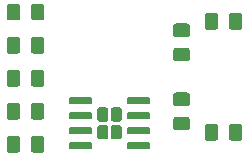
<source format=gbr>
G04 #@! TF.GenerationSoftware,KiCad,Pcbnew,5.1.5-52549c5~86~ubuntu16.04.1*
G04 #@! TF.CreationDate,2020-07-27T16:21:35+05:30*
G04 #@! TF.ProjectId,IR_Sensor_Module_V1.0,49525f53-656e-4736-9f72-5f4d6f64756c,V1.0*
G04 #@! TF.SameCoordinates,Original*
G04 #@! TF.FileFunction,Paste,Top*
G04 #@! TF.FilePolarity,Positive*
%FSLAX46Y46*%
G04 Gerber Fmt 4.6, Leading zero omitted, Abs format (unit mm)*
G04 Created by KiCad (PCBNEW 5.1.5-52549c5~86~ubuntu16.04.1) date 2020-07-27 16:21:35*
%MOMM*%
%LPD*%
G04 APERTURE LIST*
%ADD10C,0.100000*%
G04 APERTURE END LIST*
D10*
G36*
X135976505Y-88688805D02*
G01*
X136000773Y-88692405D01*
X136024572Y-88698366D01*
X136047671Y-88706631D01*
X136069850Y-88717121D01*
X136090893Y-88729733D01*
X136110599Y-88744348D01*
X136128777Y-88760824D01*
X136145253Y-88779002D01*
X136159868Y-88798708D01*
X136172480Y-88819751D01*
X136182970Y-88841930D01*
X136191235Y-88865029D01*
X136197196Y-88888828D01*
X136200796Y-88913096D01*
X136202000Y-88937600D01*
X136202000Y-89837602D01*
X136200796Y-89862106D01*
X136197196Y-89886374D01*
X136191235Y-89910173D01*
X136182970Y-89933272D01*
X136172480Y-89955451D01*
X136159868Y-89976494D01*
X136145253Y-89996200D01*
X136128777Y-90014378D01*
X136110599Y-90030854D01*
X136090893Y-90045469D01*
X136069850Y-90058081D01*
X136047671Y-90068571D01*
X136024572Y-90076836D01*
X136000773Y-90082797D01*
X135976505Y-90086397D01*
X135952001Y-90087601D01*
X135301999Y-90087601D01*
X135277495Y-90086397D01*
X135253227Y-90082797D01*
X135229428Y-90076836D01*
X135206329Y-90068571D01*
X135184150Y-90058081D01*
X135163107Y-90045469D01*
X135143401Y-90030854D01*
X135125223Y-90014378D01*
X135108747Y-89996200D01*
X135094132Y-89976494D01*
X135081520Y-89955451D01*
X135071030Y-89933272D01*
X135062765Y-89910173D01*
X135056804Y-89886374D01*
X135053204Y-89862106D01*
X135052000Y-89837602D01*
X135052000Y-88937600D01*
X135053204Y-88913096D01*
X135056804Y-88888828D01*
X135062765Y-88865029D01*
X135071030Y-88841930D01*
X135081520Y-88819751D01*
X135094132Y-88798708D01*
X135108747Y-88779002D01*
X135125223Y-88760824D01*
X135143401Y-88744348D01*
X135163107Y-88729733D01*
X135184150Y-88717121D01*
X135206329Y-88706631D01*
X135229428Y-88698366D01*
X135253227Y-88692405D01*
X135277495Y-88688805D01*
X135301999Y-88687601D01*
X135952001Y-88687601D01*
X135976505Y-88688805D01*
G37*
G36*
X138026505Y-88688805D02*
G01*
X138050773Y-88692405D01*
X138074572Y-88698366D01*
X138097671Y-88706631D01*
X138119850Y-88717121D01*
X138140893Y-88729733D01*
X138160599Y-88744348D01*
X138178777Y-88760824D01*
X138195253Y-88779002D01*
X138209868Y-88798708D01*
X138222480Y-88819751D01*
X138232970Y-88841930D01*
X138241235Y-88865029D01*
X138247196Y-88888828D01*
X138250796Y-88913096D01*
X138252000Y-88937600D01*
X138252000Y-89837602D01*
X138250796Y-89862106D01*
X138247196Y-89886374D01*
X138241235Y-89910173D01*
X138232970Y-89933272D01*
X138222480Y-89955451D01*
X138209868Y-89976494D01*
X138195253Y-89996200D01*
X138178777Y-90014378D01*
X138160599Y-90030854D01*
X138140893Y-90045469D01*
X138119850Y-90058081D01*
X138097671Y-90068571D01*
X138074572Y-90076836D01*
X138050773Y-90082797D01*
X138026505Y-90086397D01*
X138002001Y-90087601D01*
X137351999Y-90087601D01*
X137327495Y-90086397D01*
X137303227Y-90082797D01*
X137279428Y-90076836D01*
X137256329Y-90068571D01*
X137234150Y-90058081D01*
X137213107Y-90045469D01*
X137193401Y-90030854D01*
X137175223Y-90014378D01*
X137158747Y-89996200D01*
X137144132Y-89976494D01*
X137131520Y-89955451D01*
X137121030Y-89933272D01*
X137112765Y-89910173D01*
X137106804Y-89886374D01*
X137103204Y-89862106D01*
X137102000Y-89837602D01*
X137102000Y-88937600D01*
X137103204Y-88913096D01*
X137106804Y-88888828D01*
X137112765Y-88865029D01*
X137121030Y-88841930D01*
X137131520Y-88819751D01*
X137144132Y-88798708D01*
X137158747Y-88779002D01*
X137175223Y-88760824D01*
X137193401Y-88744348D01*
X137213107Y-88729733D01*
X137234150Y-88717121D01*
X137256329Y-88706631D01*
X137279428Y-88698366D01*
X137303227Y-88692405D01*
X137327495Y-88688805D01*
X137351999Y-88687601D01*
X138002001Y-88687601D01*
X138026505Y-88688805D01*
G37*
G36*
X138026505Y-91503204D02*
G01*
X138050773Y-91506804D01*
X138074572Y-91512765D01*
X138097671Y-91521030D01*
X138119850Y-91531520D01*
X138140893Y-91544132D01*
X138160599Y-91558747D01*
X138178777Y-91575223D01*
X138195253Y-91593401D01*
X138209868Y-91613107D01*
X138222480Y-91634150D01*
X138232970Y-91656329D01*
X138241235Y-91679428D01*
X138247196Y-91703227D01*
X138250796Y-91727495D01*
X138252000Y-91751999D01*
X138252000Y-92652001D01*
X138250796Y-92676505D01*
X138247196Y-92700773D01*
X138241235Y-92724572D01*
X138232970Y-92747671D01*
X138222480Y-92769850D01*
X138209868Y-92790893D01*
X138195253Y-92810599D01*
X138178777Y-92828777D01*
X138160599Y-92845253D01*
X138140893Y-92859868D01*
X138119850Y-92872480D01*
X138097671Y-92882970D01*
X138074572Y-92891235D01*
X138050773Y-92897196D01*
X138026505Y-92900796D01*
X138002001Y-92902000D01*
X137351999Y-92902000D01*
X137327495Y-92900796D01*
X137303227Y-92897196D01*
X137279428Y-92891235D01*
X137256329Y-92882970D01*
X137234150Y-92872480D01*
X137213107Y-92859868D01*
X137193401Y-92845253D01*
X137175223Y-92828777D01*
X137158747Y-92810599D01*
X137144132Y-92790893D01*
X137131520Y-92769850D01*
X137121030Y-92747671D01*
X137112765Y-92724572D01*
X137106804Y-92700773D01*
X137103204Y-92676505D01*
X137102000Y-92652001D01*
X137102000Y-91751999D01*
X137103204Y-91727495D01*
X137106804Y-91703227D01*
X137112765Y-91679428D01*
X137121030Y-91656329D01*
X137131520Y-91634150D01*
X137144132Y-91613107D01*
X137158747Y-91593401D01*
X137175223Y-91575223D01*
X137193401Y-91558747D01*
X137213107Y-91544132D01*
X137234150Y-91531520D01*
X137256329Y-91521030D01*
X137279428Y-91512765D01*
X137303227Y-91506804D01*
X137327495Y-91503204D01*
X137351999Y-91502000D01*
X138002001Y-91502000D01*
X138026505Y-91503204D01*
G37*
G36*
X135976505Y-91503204D02*
G01*
X136000773Y-91506804D01*
X136024572Y-91512765D01*
X136047671Y-91521030D01*
X136069850Y-91531520D01*
X136090893Y-91544132D01*
X136110599Y-91558747D01*
X136128777Y-91575223D01*
X136145253Y-91593401D01*
X136159868Y-91613107D01*
X136172480Y-91634150D01*
X136182970Y-91656329D01*
X136191235Y-91679428D01*
X136197196Y-91703227D01*
X136200796Y-91727495D01*
X136202000Y-91751999D01*
X136202000Y-92652001D01*
X136200796Y-92676505D01*
X136197196Y-92700773D01*
X136191235Y-92724572D01*
X136182970Y-92747671D01*
X136172480Y-92769850D01*
X136159868Y-92790893D01*
X136145253Y-92810599D01*
X136128777Y-92828777D01*
X136110599Y-92845253D01*
X136090893Y-92859868D01*
X136069850Y-92872480D01*
X136047671Y-92882970D01*
X136024572Y-92891235D01*
X136000773Y-92897196D01*
X135976505Y-92900796D01*
X135952001Y-92902000D01*
X135301999Y-92902000D01*
X135277495Y-92900796D01*
X135253227Y-92897196D01*
X135229428Y-92891235D01*
X135206329Y-92882970D01*
X135184150Y-92872480D01*
X135163107Y-92859868D01*
X135143401Y-92845253D01*
X135125223Y-92828777D01*
X135108747Y-92810599D01*
X135094132Y-92790893D01*
X135081520Y-92769850D01*
X135071030Y-92747671D01*
X135062765Y-92724572D01*
X135056804Y-92700773D01*
X135053204Y-92676505D01*
X135052000Y-92652001D01*
X135052000Y-91751999D01*
X135053204Y-91727495D01*
X135056804Y-91703227D01*
X135062765Y-91679428D01*
X135071030Y-91656329D01*
X135081520Y-91634150D01*
X135094132Y-91613107D01*
X135108747Y-91593401D01*
X135125223Y-91575223D01*
X135143401Y-91558747D01*
X135163107Y-91544132D01*
X135184150Y-91531520D01*
X135206329Y-91521030D01*
X135229428Y-91512765D01*
X135253227Y-91506804D01*
X135277495Y-91503204D01*
X135301999Y-91502000D01*
X135952001Y-91502000D01*
X135976505Y-91503204D01*
G37*
G36*
X154790505Y-98869204D02*
G01*
X154814773Y-98872804D01*
X154838572Y-98878765D01*
X154861671Y-98887030D01*
X154883850Y-98897520D01*
X154904893Y-98910132D01*
X154924599Y-98924747D01*
X154942777Y-98941223D01*
X154959253Y-98959401D01*
X154973868Y-98979107D01*
X154986480Y-99000150D01*
X154996970Y-99022329D01*
X155005235Y-99045428D01*
X155011196Y-99069227D01*
X155014796Y-99093495D01*
X155016000Y-99117999D01*
X155016000Y-100018001D01*
X155014796Y-100042505D01*
X155011196Y-100066773D01*
X155005235Y-100090572D01*
X154996970Y-100113671D01*
X154986480Y-100135850D01*
X154973868Y-100156893D01*
X154959253Y-100176599D01*
X154942777Y-100194777D01*
X154924599Y-100211253D01*
X154904893Y-100225868D01*
X154883850Y-100238480D01*
X154861671Y-100248970D01*
X154838572Y-100257235D01*
X154814773Y-100263196D01*
X154790505Y-100266796D01*
X154766001Y-100268000D01*
X154115999Y-100268000D01*
X154091495Y-100266796D01*
X154067227Y-100263196D01*
X154043428Y-100257235D01*
X154020329Y-100248970D01*
X153998150Y-100238480D01*
X153977107Y-100225868D01*
X153957401Y-100211253D01*
X153939223Y-100194777D01*
X153922747Y-100176599D01*
X153908132Y-100156893D01*
X153895520Y-100135850D01*
X153885030Y-100113671D01*
X153876765Y-100090572D01*
X153870804Y-100066773D01*
X153867204Y-100042505D01*
X153866000Y-100018001D01*
X153866000Y-99117999D01*
X153867204Y-99093495D01*
X153870804Y-99069227D01*
X153876765Y-99045428D01*
X153885030Y-99022329D01*
X153895520Y-99000150D01*
X153908132Y-98979107D01*
X153922747Y-98959401D01*
X153939223Y-98941223D01*
X153957401Y-98924747D01*
X153977107Y-98910132D01*
X153998150Y-98897520D01*
X154020329Y-98887030D01*
X154043428Y-98878765D01*
X154067227Y-98872804D01*
X154091495Y-98869204D01*
X154115999Y-98868000D01*
X154766001Y-98868000D01*
X154790505Y-98869204D01*
G37*
G36*
X152740505Y-98869204D02*
G01*
X152764773Y-98872804D01*
X152788572Y-98878765D01*
X152811671Y-98887030D01*
X152833850Y-98897520D01*
X152854893Y-98910132D01*
X152874599Y-98924747D01*
X152892777Y-98941223D01*
X152909253Y-98959401D01*
X152923868Y-98979107D01*
X152936480Y-99000150D01*
X152946970Y-99022329D01*
X152955235Y-99045428D01*
X152961196Y-99069227D01*
X152964796Y-99093495D01*
X152966000Y-99117999D01*
X152966000Y-100018001D01*
X152964796Y-100042505D01*
X152961196Y-100066773D01*
X152955235Y-100090572D01*
X152946970Y-100113671D01*
X152936480Y-100135850D01*
X152923868Y-100156893D01*
X152909253Y-100176599D01*
X152892777Y-100194777D01*
X152874599Y-100211253D01*
X152854893Y-100225868D01*
X152833850Y-100238480D01*
X152811671Y-100248970D01*
X152788572Y-100257235D01*
X152764773Y-100263196D01*
X152740505Y-100266796D01*
X152716001Y-100268000D01*
X152065999Y-100268000D01*
X152041495Y-100266796D01*
X152017227Y-100263196D01*
X151993428Y-100257235D01*
X151970329Y-100248970D01*
X151948150Y-100238480D01*
X151927107Y-100225868D01*
X151907401Y-100211253D01*
X151889223Y-100194777D01*
X151872747Y-100176599D01*
X151858132Y-100156893D01*
X151845520Y-100135850D01*
X151835030Y-100113671D01*
X151826765Y-100090572D01*
X151820804Y-100066773D01*
X151817204Y-100042505D01*
X151816000Y-100018001D01*
X151816000Y-99117999D01*
X151817204Y-99093495D01*
X151820804Y-99069227D01*
X151826765Y-99045428D01*
X151835030Y-99022329D01*
X151845520Y-99000150D01*
X151858132Y-98979107D01*
X151872747Y-98959401D01*
X151889223Y-98941223D01*
X151907401Y-98924747D01*
X151927107Y-98910132D01*
X151948150Y-98897520D01*
X151970329Y-98887030D01*
X151993428Y-98878765D01*
X152017227Y-98872804D01*
X152041495Y-98869204D01*
X152065999Y-98868000D01*
X152716001Y-98868000D01*
X152740505Y-98869204D01*
G37*
G36*
X154790505Y-89471204D02*
G01*
X154814773Y-89474804D01*
X154838572Y-89480765D01*
X154861671Y-89489030D01*
X154883850Y-89499520D01*
X154904893Y-89512132D01*
X154924599Y-89526747D01*
X154942777Y-89543223D01*
X154959253Y-89561401D01*
X154973868Y-89581107D01*
X154986480Y-89602150D01*
X154996970Y-89624329D01*
X155005235Y-89647428D01*
X155011196Y-89671227D01*
X155014796Y-89695495D01*
X155016000Y-89719999D01*
X155016000Y-90620001D01*
X155014796Y-90644505D01*
X155011196Y-90668773D01*
X155005235Y-90692572D01*
X154996970Y-90715671D01*
X154986480Y-90737850D01*
X154973868Y-90758893D01*
X154959253Y-90778599D01*
X154942777Y-90796777D01*
X154924599Y-90813253D01*
X154904893Y-90827868D01*
X154883850Y-90840480D01*
X154861671Y-90850970D01*
X154838572Y-90859235D01*
X154814773Y-90865196D01*
X154790505Y-90868796D01*
X154766001Y-90870000D01*
X154115999Y-90870000D01*
X154091495Y-90868796D01*
X154067227Y-90865196D01*
X154043428Y-90859235D01*
X154020329Y-90850970D01*
X153998150Y-90840480D01*
X153977107Y-90827868D01*
X153957401Y-90813253D01*
X153939223Y-90796777D01*
X153922747Y-90778599D01*
X153908132Y-90758893D01*
X153895520Y-90737850D01*
X153885030Y-90715671D01*
X153876765Y-90692572D01*
X153870804Y-90668773D01*
X153867204Y-90644505D01*
X153866000Y-90620001D01*
X153866000Y-89719999D01*
X153867204Y-89695495D01*
X153870804Y-89671227D01*
X153876765Y-89647428D01*
X153885030Y-89624329D01*
X153895520Y-89602150D01*
X153908132Y-89581107D01*
X153922747Y-89561401D01*
X153939223Y-89543223D01*
X153957401Y-89526747D01*
X153977107Y-89512132D01*
X153998150Y-89499520D01*
X154020329Y-89489030D01*
X154043428Y-89480765D01*
X154067227Y-89474804D01*
X154091495Y-89471204D01*
X154115999Y-89470000D01*
X154766001Y-89470000D01*
X154790505Y-89471204D01*
G37*
G36*
X152740505Y-89471204D02*
G01*
X152764773Y-89474804D01*
X152788572Y-89480765D01*
X152811671Y-89489030D01*
X152833850Y-89499520D01*
X152854893Y-89512132D01*
X152874599Y-89526747D01*
X152892777Y-89543223D01*
X152909253Y-89561401D01*
X152923868Y-89581107D01*
X152936480Y-89602150D01*
X152946970Y-89624329D01*
X152955235Y-89647428D01*
X152961196Y-89671227D01*
X152964796Y-89695495D01*
X152966000Y-89719999D01*
X152966000Y-90620001D01*
X152964796Y-90644505D01*
X152961196Y-90668773D01*
X152955235Y-90692572D01*
X152946970Y-90715671D01*
X152936480Y-90737850D01*
X152923868Y-90758893D01*
X152909253Y-90778599D01*
X152892777Y-90796777D01*
X152874599Y-90813253D01*
X152854893Y-90827868D01*
X152833850Y-90840480D01*
X152811671Y-90850970D01*
X152788572Y-90859235D01*
X152764773Y-90865196D01*
X152740505Y-90868796D01*
X152716001Y-90870000D01*
X152065999Y-90870000D01*
X152041495Y-90868796D01*
X152017227Y-90865196D01*
X151993428Y-90859235D01*
X151970329Y-90850970D01*
X151948150Y-90840480D01*
X151927107Y-90827868D01*
X151907401Y-90813253D01*
X151889223Y-90796777D01*
X151872747Y-90778599D01*
X151858132Y-90758893D01*
X151845520Y-90737850D01*
X151835030Y-90715671D01*
X151826765Y-90692572D01*
X151820804Y-90668773D01*
X151817204Y-90644505D01*
X151816000Y-90620001D01*
X151816000Y-89719999D01*
X151817204Y-89695495D01*
X151820804Y-89671227D01*
X151826765Y-89647428D01*
X151835030Y-89624329D01*
X151845520Y-89602150D01*
X151858132Y-89581107D01*
X151872747Y-89561401D01*
X151889223Y-89543223D01*
X151907401Y-89526747D01*
X151927107Y-89512132D01*
X151948150Y-89499520D01*
X151970329Y-89489030D01*
X151993428Y-89480765D01*
X152017227Y-89474804D01*
X152041495Y-89471204D01*
X152065999Y-89470000D01*
X152716001Y-89470000D01*
X152740505Y-89471204D01*
G37*
G36*
X150334505Y-96191204D02*
G01*
X150358773Y-96194804D01*
X150382572Y-96200765D01*
X150405671Y-96209030D01*
X150427850Y-96219520D01*
X150448893Y-96232132D01*
X150468599Y-96246747D01*
X150486777Y-96263223D01*
X150503253Y-96281401D01*
X150517868Y-96301107D01*
X150530480Y-96322150D01*
X150540970Y-96344329D01*
X150549235Y-96367428D01*
X150555196Y-96391227D01*
X150558796Y-96415495D01*
X150560000Y-96439999D01*
X150560000Y-97090001D01*
X150558796Y-97114505D01*
X150555196Y-97138773D01*
X150549235Y-97162572D01*
X150540970Y-97185671D01*
X150530480Y-97207850D01*
X150517868Y-97228893D01*
X150503253Y-97248599D01*
X150486777Y-97266777D01*
X150468599Y-97283253D01*
X150448893Y-97297868D01*
X150427850Y-97310480D01*
X150405671Y-97320970D01*
X150382572Y-97329235D01*
X150358773Y-97335196D01*
X150334505Y-97338796D01*
X150310001Y-97340000D01*
X149409999Y-97340000D01*
X149385495Y-97338796D01*
X149361227Y-97335196D01*
X149337428Y-97329235D01*
X149314329Y-97320970D01*
X149292150Y-97310480D01*
X149271107Y-97297868D01*
X149251401Y-97283253D01*
X149233223Y-97266777D01*
X149216747Y-97248599D01*
X149202132Y-97228893D01*
X149189520Y-97207850D01*
X149179030Y-97185671D01*
X149170765Y-97162572D01*
X149164804Y-97138773D01*
X149161204Y-97114505D01*
X149160000Y-97090001D01*
X149160000Y-96439999D01*
X149161204Y-96415495D01*
X149164804Y-96391227D01*
X149170765Y-96367428D01*
X149179030Y-96344329D01*
X149189520Y-96322150D01*
X149202132Y-96301107D01*
X149216747Y-96281401D01*
X149233223Y-96263223D01*
X149251401Y-96246747D01*
X149271107Y-96232132D01*
X149292150Y-96219520D01*
X149314329Y-96209030D01*
X149337428Y-96200765D01*
X149361227Y-96194804D01*
X149385495Y-96191204D01*
X149409999Y-96190000D01*
X150310001Y-96190000D01*
X150334505Y-96191204D01*
G37*
G36*
X150334505Y-98241204D02*
G01*
X150358773Y-98244804D01*
X150382572Y-98250765D01*
X150405671Y-98259030D01*
X150427850Y-98269520D01*
X150448893Y-98282132D01*
X150468599Y-98296747D01*
X150486777Y-98313223D01*
X150503253Y-98331401D01*
X150517868Y-98351107D01*
X150530480Y-98372150D01*
X150540970Y-98394329D01*
X150549235Y-98417428D01*
X150555196Y-98441227D01*
X150558796Y-98465495D01*
X150560000Y-98489999D01*
X150560000Y-99140001D01*
X150558796Y-99164505D01*
X150555196Y-99188773D01*
X150549235Y-99212572D01*
X150540970Y-99235671D01*
X150530480Y-99257850D01*
X150517868Y-99278893D01*
X150503253Y-99298599D01*
X150486777Y-99316777D01*
X150468599Y-99333253D01*
X150448893Y-99347868D01*
X150427850Y-99360480D01*
X150405671Y-99370970D01*
X150382572Y-99379235D01*
X150358773Y-99385196D01*
X150334505Y-99388796D01*
X150310001Y-99390000D01*
X149409999Y-99390000D01*
X149385495Y-99388796D01*
X149361227Y-99385196D01*
X149337428Y-99379235D01*
X149314329Y-99370970D01*
X149292150Y-99360480D01*
X149271107Y-99347868D01*
X149251401Y-99333253D01*
X149233223Y-99316777D01*
X149216747Y-99298599D01*
X149202132Y-99278893D01*
X149189520Y-99257850D01*
X149179030Y-99235671D01*
X149170765Y-99212572D01*
X149164804Y-99188773D01*
X149161204Y-99164505D01*
X149160000Y-99140001D01*
X149160000Y-98489999D01*
X149161204Y-98465495D01*
X149164804Y-98441227D01*
X149170765Y-98417428D01*
X149179030Y-98394329D01*
X149189520Y-98372150D01*
X149202132Y-98351107D01*
X149216747Y-98331401D01*
X149233223Y-98313223D01*
X149251401Y-98296747D01*
X149271107Y-98282132D01*
X149292150Y-98269520D01*
X149314329Y-98259030D01*
X149337428Y-98250765D01*
X149361227Y-98244804D01*
X149385495Y-98241204D01*
X149409999Y-98240000D01*
X150310001Y-98240000D01*
X150334505Y-98241204D01*
G37*
G36*
X138026505Y-99885204D02*
G01*
X138050773Y-99888804D01*
X138074572Y-99894765D01*
X138097671Y-99903030D01*
X138119850Y-99913520D01*
X138140893Y-99926132D01*
X138160599Y-99940747D01*
X138178777Y-99957223D01*
X138195253Y-99975401D01*
X138209868Y-99995107D01*
X138222480Y-100016150D01*
X138232970Y-100038329D01*
X138241235Y-100061428D01*
X138247196Y-100085227D01*
X138250796Y-100109495D01*
X138252000Y-100133999D01*
X138252000Y-101034001D01*
X138250796Y-101058505D01*
X138247196Y-101082773D01*
X138241235Y-101106572D01*
X138232970Y-101129671D01*
X138222480Y-101151850D01*
X138209868Y-101172893D01*
X138195253Y-101192599D01*
X138178777Y-101210777D01*
X138160599Y-101227253D01*
X138140893Y-101241868D01*
X138119850Y-101254480D01*
X138097671Y-101264970D01*
X138074572Y-101273235D01*
X138050773Y-101279196D01*
X138026505Y-101282796D01*
X138002001Y-101284000D01*
X137351999Y-101284000D01*
X137327495Y-101282796D01*
X137303227Y-101279196D01*
X137279428Y-101273235D01*
X137256329Y-101264970D01*
X137234150Y-101254480D01*
X137213107Y-101241868D01*
X137193401Y-101227253D01*
X137175223Y-101210777D01*
X137158747Y-101192599D01*
X137144132Y-101172893D01*
X137131520Y-101151850D01*
X137121030Y-101129671D01*
X137112765Y-101106572D01*
X137106804Y-101082773D01*
X137103204Y-101058505D01*
X137102000Y-101034001D01*
X137102000Y-100133999D01*
X137103204Y-100109495D01*
X137106804Y-100085227D01*
X137112765Y-100061428D01*
X137121030Y-100038329D01*
X137131520Y-100016150D01*
X137144132Y-99995107D01*
X137158747Y-99975401D01*
X137175223Y-99957223D01*
X137193401Y-99940747D01*
X137213107Y-99926132D01*
X137234150Y-99913520D01*
X137256329Y-99903030D01*
X137279428Y-99894765D01*
X137303227Y-99888804D01*
X137327495Y-99885204D01*
X137351999Y-99884000D01*
X138002001Y-99884000D01*
X138026505Y-99885204D01*
G37*
G36*
X135976505Y-99885204D02*
G01*
X136000773Y-99888804D01*
X136024572Y-99894765D01*
X136047671Y-99903030D01*
X136069850Y-99913520D01*
X136090893Y-99926132D01*
X136110599Y-99940747D01*
X136128777Y-99957223D01*
X136145253Y-99975401D01*
X136159868Y-99995107D01*
X136172480Y-100016150D01*
X136182970Y-100038329D01*
X136191235Y-100061428D01*
X136197196Y-100085227D01*
X136200796Y-100109495D01*
X136202000Y-100133999D01*
X136202000Y-101034001D01*
X136200796Y-101058505D01*
X136197196Y-101082773D01*
X136191235Y-101106572D01*
X136182970Y-101129671D01*
X136172480Y-101151850D01*
X136159868Y-101172893D01*
X136145253Y-101192599D01*
X136128777Y-101210777D01*
X136110599Y-101227253D01*
X136090893Y-101241868D01*
X136069850Y-101254480D01*
X136047671Y-101264970D01*
X136024572Y-101273235D01*
X136000773Y-101279196D01*
X135976505Y-101282796D01*
X135952001Y-101284000D01*
X135301999Y-101284000D01*
X135277495Y-101282796D01*
X135253227Y-101279196D01*
X135229428Y-101273235D01*
X135206329Y-101264970D01*
X135184150Y-101254480D01*
X135163107Y-101241868D01*
X135143401Y-101227253D01*
X135125223Y-101210777D01*
X135108747Y-101192599D01*
X135094132Y-101172893D01*
X135081520Y-101151850D01*
X135071030Y-101129671D01*
X135062765Y-101106572D01*
X135056804Y-101082773D01*
X135053204Y-101058505D01*
X135052000Y-101034001D01*
X135052000Y-100133999D01*
X135053204Y-100109495D01*
X135056804Y-100085227D01*
X135062765Y-100061428D01*
X135071030Y-100038329D01*
X135081520Y-100016150D01*
X135094132Y-99995107D01*
X135108747Y-99975401D01*
X135125223Y-99957223D01*
X135143401Y-99940747D01*
X135163107Y-99926132D01*
X135184150Y-99913520D01*
X135206329Y-99903030D01*
X135229428Y-99894765D01*
X135253227Y-99888804D01*
X135277495Y-99885204D01*
X135301999Y-99884000D01*
X135952001Y-99884000D01*
X135976505Y-99885204D01*
G37*
G36*
X135976505Y-94297204D02*
G01*
X136000773Y-94300804D01*
X136024572Y-94306765D01*
X136047671Y-94315030D01*
X136069850Y-94325520D01*
X136090893Y-94338132D01*
X136110599Y-94352747D01*
X136128777Y-94369223D01*
X136145253Y-94387401D01*
X136159868Y-94407107D01*
X136172480Y-94428150D01*
X136182970Y-94450329D01*
X136191235Y-94473428D01*
X136197196Y-94497227D01*
X136200796Y-94521495D01*
X136202000Y-94545999D01*
X136202000Y-95446001D01*
X136200796Y-95470505D01*
X136197196Y-95494773D01*
X136191235Y-95518572D01*
X136182970Y-95541671D01*
X136172480Y-95563850D01*
X136159868Y-95584893D01*
X136145253Y-95604599D01*
X136128777Y-95622777D01*
X136110599Y-95639253D01*
X136090893Y-95653868D01*
X136069850Y-95666480D01*
X136047671Y-95676970D01*
X136024572Y-95685235D01*
X136000773Y-95691196D01*
X135976505Y-95694796D01*
X135952001Y-95696000D01*
X135301999Y-95696000D01*
X135277495Y-95694796D01*
X135253227Y-95691196D01*
X135229428Y-95685235D01*
X135206329Y-95676970D01*
X135184150Y-95666480D01*
X135163107Y-95653868D01*
X135143401Y-95639253D01*
X135125223Y-95622777D01*
X135108747Y-95604599D01*
X135094132Y-95584893D01*
X135081520Y-95563850D01*
X135071030Y-95541671D01*
X135062765Y-95518572D01*
X135056804Y-95494773D01*
X135053204Y-95470505D01*
X135052000Y-95446001D01*
X135052000Y-94545999D01*
X135053204Y-94521495D01*
X135056804Y-94497227D01*
X135062765Y-94473428D01*
X135071030Y-94450329D01*
X135081520Y-94428150D01*
X135094132Y-94407107D01*
X135108747Y-94387401D01*
X135125223Y-94369223D01*
X135143401Y-94352747D01*
X135163107Y-94338132D01*
X135184150Y-94325520D01*
X135206329Y-94315030D01*
X135229428Y-94306765D01*
X135253227Y-94300804D01*
X135277495Y-94297204D01*
X135301999Y-94296000D01*
X135952001Y-94296000D01*
X135976505Y-94297204D01*
G37*
G36*
X138026505Y-94297204D02*
G01*
X138050773Y-94300804D01*
X138074572Y-94306765D01*
X138097671Y-94315030D01*
X138119850Y-94325520D01*
X138140893Y-94338132D01*
X138160599Y-94352747D01*
X138178777Y-94369223D01*
X138195253Y-94387401D01*
X138209868Y-94407107D01*
X138222480Y-94428150D01*
X138232970Y-94450329D01*
X138241235Y-94473428D01*
X138247196Y-94497227D01*
X138250796Y-94521495D01*
X138252000Y-94545999D01*
X138252000Y-95446001D01*
X138250796Y-95470505D01*
X138247196Y-95494773D01*
X138241235Y-95518572D01*
X138232970Y-95541671D01*
X138222480Y-95563850D01*
X138209868Y-95584893D01*
X138195253Y-95604599D01*
X138178777Y-95622777D01*
X138160599Y-95639253D01*
X138140893Y-95653868D01*
X138119850Y-95666480D01*
X138097671Y-95676970D01*
X138074572Y-95685235D01*
X138050773Y-95691196D01*
X138026505Y-95694796D01*
X138002001Y-95696000D01*
X137351999Y-95696000D01*
X137327495Y-95694796D01*
X137303227Y-95691196D01*
X137279428Y-95685235D01*
X137256329Y-95676970D01*
X137234150Y-95666480D01*
X137213107Y-95653868D01*
X137193401Y-95639253D01*
X137175223Y-95622777D01*
X137158747Y-95604599D01*
X137144132Y-95584893D01*
X137131520Y-95563850D01*
X137121030Y-95541671D01*
X137112765Y-95518572D01*
X137106804Y-95494773D01*
X137103204Y-95470505D01*
X137102000Y-95446001D01*
X137102000Y-94545999D01*
X137103204Y-94521495D01*
X137106804Y-94497227D01*
X137112765Y-94473428D01*
X137121030Y-94450329D01*
X137131520Y-94428150D01*
X137144132Y-94407107D01*
X137158747Y-94387401D01*
X137175223Y-94369223D01*
X137193401Y-94352747D01*
X137213107Y-94338132D01*
X137234150Y-94325520D01*
X137256329Y-94315030D01*
X137279428Y-94306765D01*
X137303227Y-94300804D01*
X137327495Y-94297204D01*
X137351999Y-94296000D01*
X138002001Y-94296000D01*
X138026505Y-94297204D01*
G37*
G36*
X138017505Y-97091204D02*
G01*
X138041773Y-97094804D01*
X138065572Y-97100765D01*
X138088671Y-97109030D01*
X138110850Y-97119520D01*
X138131893Y-97132132D01*
X138151599Y-97146747D01*
X138169777Y-97163223D01*
X138186253Y-97181401D01*
X138200868Y-97201107D01*
X138213480Y-97222150D01*
X138223970Y-97244329D01*
X138232235Y-97267428D01*
X138238196Y-97291227D01*
X138241796Y-97315495D01*
X138243000Y-97339999D01*
X138243000Y-98240001D01*
X138241796Y-98264505D01*
X138238196Y-98288773D01*
X138232235Y-98312572D01*
X138223970Y-98335671D01*
X138213480Y-98357850D01*
X138200868Y-98378893D01*
X138186253Y-98398599D01*
X138169777Y-98416777D01*
X138151599Y-98433253D01*
X138131893Y-98447868D01*
X138110850Y-98460480D01*
X138088671Y-98470970D01*
X138065572Y-98479235D01*
X138041773Y-98485196D01*
X138017505Y-98488796D01*
X137993001Y-98490000D01*
X137342999Y-98490000D01*
X137318495Y-98488796D01*
X137294227Y-98485196D01*
X137270428Y-98479235D01*
X137247329Y-98470970D01*
X137225150Y-98460480D01*
X137204107Y-98447868D01*
X137184401Y-98433253D01*
X137166223Y-98416777D01*
X137149747Y-98398599D01*
X137135132Y-98378893D01*
X137122520Y-98357850D01*
X137112030Y-98335671D01*
X137103765Y-98312572D01*
X137097804Y-98288773D01*
X137094204Y-98264505D01*
X137093000Y-98240001D01*
X137093000Y-97339999D01*
X137094204Y-97315495D01*
X137097804Y-97291227D01*
X137103765Y-97267428D01*
X137112030Y-97244329D01*
X137122520Y-97222150D01*
X137135132Y-97201107D01*
X137149747Y-97181401D01*
X137166223Y-97163223D01*
X137184401Y-97146747D01*
X137204107Y-97132132D01*
X137225150Y-97119520D01*
X137247329Y-97109030D01*
X137270428Y-97100765D01*
X137294227Y-97094804D01*
X137318495Y-97091204D01*
X137342999Y-97090000D01*
X137993001Y-97090000D01*
X138017505Y-97091204D01*
G37*
G36*
X135967505Y-97091204D02*
G01*
X135991773Y-97094804D01*
X136015572Y-97100765D01*
X136038671Y-97109030D01*
X136060850Y-97119520D01*
X136081893Y-97132132D01*
X136101599Y-97146747D01*
X136119777Y-97163223D01*
X136136253Y-97181401D01*
X136150868Y-97201107D01*
X136163480Y-97222150D01*
X136173970Y-97244329D01*
X136182235Y-97267428D01*
X136188196Y-97291227D01*
X136191796Y-97315495D01*
X136193000Y-97339999D01*
X136193000Y-98240001D01*
X136191796Y-98264505D01*
X136188196Y-98288773D01*
X136182235Y-98312572D01*
X136173970Y-98335671D01*
X136163480Y-98357850D01*
X136150868Y-98378893D01*
X136136253Y-98398599D01*
X136119777Y-98416777D01*
X136101599Y-98433253D01*
X136081893Y-98447868D01*
X136060850Y-98460480D01*
X136038671Y-98470970D01*
X136015572Y-98479235D01*
X135991773Y-98485196D01*
X135967505Y-98488796D01*
X135943001Y-98490000D01*
X135292999Y-98490000D01*
X135268495Y-98488796D01*
X135244227Y-98485196D01*
X135220428Y-98479235D01*
X135197329Y-98470970D01*
X135175150Y-98460480D01*
X135154107Y-98447868D01*
X135134401Y-98433253D01*
X135116223Y-98416777D01*
X135099747Y-98398599D01*
X135085132Y-98378893D01*
X135072520Y-98357850D01*
X135062030Y-98335671D01*
X135053765Y-98312572D01*
X135047804Y-98288773D01*
X135044204Y-98264505D01*
X135043000Y-98240001D01*
X135043000Y-97339999D01*
X135044204Y-97315495D01*
X135047804Y-97291227D01*
X135053765Y-97267428D01*
X135062030Y-97244329D01*
X135072520Y-97222150D01*
X135085132Y-97201107D01*
X135099747Y-97181401D01*
X135116223Y-97163223D01*
X135134401Y-97146747D01*
X135154107Y-97132132D01*
X135175150Y-97119520D01*
X135197329Y-97109030D01*
X135220428Y-97100765D01*
X135244227Y-97094804D01*
X135268495Y-97091204D01*
X135292999Y-97090000D01*
X135943001Y-97090000D01*
X135967505Y-97091204D01*
G37*
G36*
X150334505Y-90349204D02*
G01*
X150358773Y-90352804D01*
X150382572Y-90358765D01*
X150405671Y-90367030D01*
X150427850Y-90377520D01*
X150448893Y-90390132D01*
X150468599Y-90404747D01*
X150486777Y-90421223D01*
X150503253Y-90439401D01*
X150517868Y-90459107D01*
X150530480Y-90480150D01*
X150540970Y-90502329D01*
X150549235Y-90525428D01*
X150555196Y-90549227D01*
X150558796Y-90573495D01*
X150560000Y-90597999D01*
X150560000Y-91248001D01*
X150558796Y-91272505D01*
X150555196Y-91296773D01*
X150549235Y-91320572D01*
X150540970Y-91343671D01*
X150530480Y-91365850D01*
X150517868Y-91386893D01*
X150503253Y-91406599D01*
X150486777Y-91424777D01*
X150468599Y-91441253D01*
X150448893Y-91455868D01*
X150427850Y-91468480D01*
X150405671Y-91478970D01*
X150382572Y-91487235D01*
X150358773Y-91493196D01*
X150334505Y-91496796D01*
X150310001Y-91498000D01*
X149409999Y-91498000D01*
X149385495Y-91496796D01*
X149361227Y-91493196D01*
X149337428Y-91487235D01*
X149314329Y-91478970D01*
X149292150Y-91468480D01*
X149271107Y-91455868D01*
X149251401Y-91441253D01*
X149233223Y-91424777D01*
X149216747Y-91406599D01*
X149202132Y-91386893D01*
X149189520Y-91365850D01*
X149179030Y-91343671D01*
X149170765Y-91320572D01*
X149164804Y-91296773D01*
X149161204Y-91272505D01*
X149160000Y-91248001D01*
X149160000Y-90597999D01*
X149161204Y-90573495D01*
X149164804Y-90549227D01*
X149170765Y-90525428D01*
X149179030Y-90502329D01*
X149189520Y-90480150D01*
X149202132Y-90459107D01*
X149216747Y-90439401D01*
X149233223Y-90421223D01*
X149251401Y-90404747D01*
X149271107Y-90390132D01*
X149292150Y-90377520D01*
X149314329Y-90367030D01*
X149337428Y-90358765D01*
X149361227Y-90352804D01*
X149385495Y-90349204D01*
X149409999Y-90348000D01*
X150310001Y-90348000D01*
X150334505Y-90349204D01*
G37*
G36*
X150334505Y-92399204D02*
G01*
X150358773Y-92402804D01*
X150382572Y-92408765D01*
X150405671Y-92417030D01*
X150427850Y-92427520D01*
X150448893Y-92440132D01*
X150468599Y-92454747D01*
X150486777Y-92471223D01*
X150503253Y-92489401D01*
X150517868Y-92509107D01*
X150530480Y-92530150D01*
X150540970Y-92552329D01*
X150549235Y-92575428D01*
X150555196Y-92599227D01*
X150558796Y-92623495D01*
X150560000Y-92647999D01*
X150560000Y-93298001D01*
X150558796Y-93322505D01*
X150555196Y-93346773D01*
X150549235Y-93370572D01*
X150540970Y-93393671D01*
X150530480Y-93415850D01*
X150517868Y-93436893D01*
X150503253Y-93456599D01*
X150486777Y-93474777D01*
X150468599Y-93491253D01*
X150448893Y-93505868D01*
X150427850Y-93518480D01*
X150405671Y-93528970D01*
X150382572Y-93537235D01*
X150358773Y-93543196D01*
X150334505Y-93546796D01*
X150310001Y-93548000D01*
X149409999Y-93548000D01*
X149385495Y-93546796D01*
X149361227Y-93543196D01*
X149337428Y-93537235D01*
X149314329Y-93528970D01*
X149292150Y-93518480D01*
X149271107Y-93505868D01*
X149251401Y-93491253D01*
X149233223Y-93474777D01*
X149216747Y-93456599D01*
X149202132Y-93436893D01*
X149189520Y-93415850D01*
X149179030Y-93393671D01*
X149170765Y-93370572D01*
X149164804Y-93346773D01*
X149161204Y-93322505D01*
X149160000Y-93298001D01*
X149160000Y-92647999D01*
X149161204Y-92623495D01*
X149164804Y-92599227D01*
X149170765Y-92575428D01*
X149179030Y-92552329D01*
X149189520Y-92530150D01*
X149202132Y-92509107D01*
X149216747Y-92489401D01*
X149233223Y-92471223D01*
X149251401Y-92454747D01*
X149271107Y-92440132D01*
X149292150Y-92427520D01*
X149314329Y-92417030D01*
X149337428Y-92408765D01*
X149361227Y-92402804D01*
X149385495Y-92399204D01*
X149409999Y-92398000D01*
X150310001Y-92398000D01*
X150334505Y-92399204D01*
G37*
G36*
X144586544Y-98952108D02*
G01*
X144608871Y-98955419D01*
X144630765Y-98960904D01*
X144652017Y-98968508D01*
X144672421Y-98978158D01*
X144691781Y-98989762D01*
X144709910Y-99003208D01*
X144726635Y-99018365D01*
X144741792Y-99035090D01*
X144755238Y-99053219D01*
X144766842Y-99072579D01*
X144776492Y-99092983D01*
X144784096Y-99114235D01*
X144789581Y-99136129D01*
X144792892Y-99158456D01*
X144794000Y-99181000D01*
X144794000Y-99931000D01*
X144792892Y-99953544D01*
X144789581Y-99975871D01*
X144784096Y-99997765D01*
X144776492Y-100019017D01*
X144766842Y-100039421D01*
X144755238Y-100058781D01*
X144741792Y-100076910D01*
X144726635Y-100093635D01*
X144709910Y-100108792D01*
X144691781Y-100122238D01*
X144672421Y-100133842D01*
X144652017Y-100143492D01*
X144630765Y-100151096D01*
X144608871Y-100156581D01*
X144586544Y-100159892D01*
X144564000Y-100161000D01*
X144104000Y-100161000D01*
X144081456Y-100159892D01*
X144059129Y-100156581D01*
X144037235Y-100151096D01*
X144015983Y-100143492D01*
X143995579Y-100133842D01*
X143976219Y-100122238D01*
X143958090Y-100108792D01*
X143941365Y-100093635D01*
X143926208Y-100076910D01*
X143912762Y-100058781D01*
X143901158Y-100039421D01*
X143891508Y-100019017D01*
X143883904Y-99997765D01*
X143878419Y-99975871D01*
X143875108Y-99953544D01*
X143874000Y-99931000D01*
X143874000Y-99181000D01*
X143875108Y-99158456D01*
X143878419Y-99136129D01*
X143883904Y-99114235D01*
X143891508Y-99092983D01*
X143901158Y-99072579D01*
X143912762Y-99053219D01*
X143926208Y-99035090D01*
X143941365Y-99018365D01*
X143958090Y-99003208D01*
X143976219Y-98989762D01*
X143995579Y-98978158D01*
X144015983Y-98968508D01*
X144037235Y-98960904D01*
X144059129Y-98955419D01*
X144081456Y-98952108D01*
X144104000Y-98951000D01*
X144564000Y-98951000D01*
X144586544Y-98952108D01*
G37*
G36*
X144586544Y-97452108D02*
G01*
X144608871Y-97455419D01*
X144630765Y-97460904D01*
X144652017Y-97468508D01*
X144672421Y-97478158D01*
X144691781Y-97489762D01*
X144709910Y-97503208D01*
X144726635Y-97518365D01*
X144741792Y-97535090D01*
X144755238Y-97553219D01*
X144766842Y-97572579D01*
X144776492Y-97592983D01*
X144784096Y-97614235D01*
X144789581Y-97636129D01*
X144792892Y-97658456D01*
X144794000Y-97681000D01*
X144794000Y-98431000D01*
X144792892Y-98453544D01*
X144789581Y-98475871D01*
X144784096Y-98497765D01*
X144776492Y-98519017D01*
X144766842Y-98539421D01*
X144755238Y-98558781D01*
X144741792Y-98576910D01*
X144726635Y-98593635D01*
X144709910Y-98608792D01*
X144691781Y-98622238D01*
X144672421Y-98633842D01*
X144652017Y-98643492D01*
X144630765Y-98651096D01*
X144608871Y-98656581D01*
X144586544Y-98659892D01*
X144564000Y-98661000D01*
X144104000Y-98661000D01*
X144081456Y-98659892D01*
X144059129Y-98656581D01*
X144037235Y-98651096D01*
X144015983Y-98643492D01*
X143995579Y-98633842D01*
X143976219Y-98622238D01*
X143958090Y-98608792D01*
X143941365Y-98593635D01*
X143926208Y-98576910D01*
X143912762Y-98558781D01*
X143901158Y-98539421D01*
X143891508Y-98519017D01*
X143883904Y-98497765D01*
X143878419Y-98475871D01*
X143875108Y-98453544D01*
X143874000Y-98431000D01*
X143874000Y-97681000D01*
X143875108Y-97658456D01*
X143878419Y-97636129D01*
X143883904Y-97614235D01*
X143891508Y-97592983D01*
X143901158Y-97572579D01*
X143912762Y-97553219D01*
X143926208Y-97535090D01*
X143941365Y-97518365D01*
X143958090Y-97503208D01*
X143976219Y-97489762D01*
X143995579Y-97478158D01*
X144015983Y-97468508D01*
X144037235Y-97460904D01*
X144059129Y-97455419D01*
X144081456Y-97452108D01*
X144104000Y-97451000D01*
X144564000Y-97451000D01*
X144586544Y-97452108D01*
G37*
G36*
X143446544Y-98952108D02*
G01*
X143468871Y-98955419D01*
X143490765Y-98960904D01*
X143512017Y-98968508D01*
X143532421Y-98978158D01*
X143551781Y-98989762D01*
X143569910Y-99003208D01*
X143586635Y-99018365D01*
X143601792Y-99035090D01*
X143615238Y-99053219D01*
X143626842Y-99072579D01*
X143636492Y-99092983D01*
X143644096Y-99114235D01*
X143649581Y-99136129D01*
X143652892Y-99158456D01*
X143654000Y-99181000D01*
X143654000Y-99931000D01*
X143652892Y-99953544D01*
X143649581Y-99975871D01*
X143644096Y-99997765D01*
X143636492Y-100019017D01*
X143626842Y-100039421D01*
X143615238Y-100058781D01*
X143601792Y-100076910D01*
X143586635Y-100093635D01*
X143569910Y-100108792D01*
X143551781Y-100122238D01*
X143532421Y-100133842D01*
X143512017Y-100143492D01*
X143490765Y-100151096D01*
X143468871Y-100156581D01*
X143446544Y-100159892D01*
X143424000Y-100161000D01*
X142964000Y-100161000D01*
X142941456Y-100159892D01*
X142919129Y-100156581D01*
X142897235Y-100151096D01*
X142875983Y-100143492D01*
X142855579Y-100133842D01*
X142836219Y-100122238D01*
X142818090Y-100108792D01*
X142801365Y-100093635D01*
X142786208Y-100076910D01*
X142772762Y-100058781D01*
X142761158Y-100039421D01*
X142751508Y-100019017D01*
X142743904Y-99997765D01*
X142738419Y-99975871D01*
X142735108Y-99953544D01*
X142734000Y-99931000D01*
X142734000Y-99181000D01*
X142735108Y-99158456D01*
X142738419Y-99136129D01*
X142743904Y-99114235D01*
X142751508Y-99092983D01*
X142761158Y-99072579D01*
X142772762Y-99053219D01*
X142786208Y-99035090D01*
X142801365Y-99018365D01*
X142818090Y-99003208D01*
X142836219Y-98989762D01*
X142855579Y-98978158D01*
X142875983Y-98968508D01*
X142897235Y-98960904D01*
X142919129Y-98955419D01*
X142941456Y-98952108D01*
X142964000Y-98951000D01*
X143424000Y-98951000D01*
X143446544Y-98952108D01*
G37*
G36*
X143446544Y-97452108D02*
G01*
X143468871Y-97455419D01*
X143490765Y-97460904D01*
X143512017Y-97468508D01*
X143532421Y-97478158D01*
X143551781Y-97489762D01*
X143569910Y-97503208D01*
X143586635Y-97518365D01*
X143601792Y-97535090D01*
X143615238Y-97553219D01*
X143626842Y-97572579D01*
X143636492Y-97592983D01*
X143644096Y-97614235D01*
X143649581Y-97636129D01*
X143652892Y-97658456D01*
X143654000Y-97681000D01*
X143654000Y-98431000D01*
X143652892Y-98453544D01*
X143649581Y-98475871D01*
X143644096Y-98497765D01*
X143636492Y-98519017D01*
X143626842Y-98539421D01*
X143615238Y-98558781D01*
X143601792Y-98576910D01*
X143586635Y-98593635D01*
X143569910Y-98608792D01*
X143551781Y-98622238D01*
X143532421Y-98633842D01*
X143512017Y-98643492D01*
X143490765Y-98651096D01*
X143468871Y-98656581D01*
X143446544Y-98659892D01*
X143424000Y-98661000D01*
X142964000Y-98661000D01*
X142941456Y-98659892D01*
X142919129Y-98656581D01*
X142897235Y-98651096D01*
X142875983Y-98643492D01*
X142855579Y-98633842D01*
X142836219Y-98622238D01*
X142818090Y-98608792D01*
X142801365Y-98593635D01*
X142786208Y-98576910D01*
X142772762Y-98558781D01*
X142761158Y-98539421D01*
X142751508Y-98519017D01*
X142743904Y-98497765D01*
X142738419Y-98475871D01*
X142735108Y-98453544D01*
X142734000Y-98431000D01*
X142734000Y-97681000D01*
X142735108Y-97658456D01*
X142738419Y-97636129D01*
X142743904Y-97614235D01*
X142751508Y-97592983D01*
X142761158Y-97572579D01*
X142772762Y-97553219D01*
X142786208Y-97535090D01*
X142801365Y-97518365D01*
X142818090Y-97503208D01*
X142836219Y-97489762D01*
X142855579Y-97478158D01*
X142875983Y-97468508D01*
X142897235Y-97460904D01*
X142919129Y-97455419D01*
X142941456Y-97452108D01*
X142964000Y-97451000D01*
X143424000Y-97451000D01*
X143446544Y-97452108D01*
G37*
G36*
X147078703Y-100411722D02*
G01*
X147093264Y-100413882D01*
X147107543Y-100417459D01*
X147121403Y-100422418D01*
X147134710Y-100428712D01*
X147147336Y-100436280D01*
X147159159Y-100445048D01*
X147170066Y-100454934D01*
X147179952Y-100465841D01*
X147188720Y-100477664D01*
X147196288Y-100490290D01*
X147202582Y-100503597D01*
X147207541Y-100517457D01*
X147211118Y-100531736D01*
X147213278Y-100546297D01*
X147214000Y-100561000D01*
X147214000Y-100861000D01*
X147213278Y-100875703D01*
X147211118Y-100890264D01*
X147207541Y-100904543D01*
X147202582Y-100918403D01*
X147196288Y-100931710D01*
X147188720Y-100944336D01*
X147179952Y-100956159D01*
X147170066Y-100967066D01*
X147159159Y-100976952D01*
X147147336Y-100985720D01*
X147134710Y-100993288D01*
X147121403Y-100999582D01*
X147107543Y-101004541D01*
X147093264Y-101008118D01*
X147078703Y-101010278D01*
X147064000Y-101011000D01*
X145414000Y-101011000D01*
X145399297Y-101010278D01*
X145384736Y-101008118D01*
X145370457Y-101004541D01*
X145356597Y-100999582D01*
X145343290Y-100993288D01*
X145330664Y-100985720D01*
X145318841Y-100976952D01*
X145307934Y-100967066D01*
X145298048Y-100956159D01*
X145289280Y-100944336D01*
X145281712Y-100931710D01*
X145275418Y-100918403D01*
X145270459Y-100904543D01*
X145266882Y-100890264D01*
X145264722Y-100875703D01*
X145264000Y-100861000D01*
X145264000Y-100561000D01*
X145264722Y-100546297D01*
X145266882Y-100531736D01*
X145270459Y-100517457D01*
X145275418Y-100503597D01*
X145281712Y-100490290D01*
X145289280Y-100477664D01*
X145298048Y-100465841D01*
X145307934Y-100454934D01*
X145318841Y-100445048D01*
X145330664Y-100436280D01*
X145343290Y-100428712D01*
X145356597Y-100422418D01*
X145370457Y-100417459D01*
X145384736Y-100413882D01*
X145399297Y-100411722D01*
X145414000Y-100411000D01*
X147064000Y-100411000D01*
X147078703Y-100411722D01*
G37*
G36*
X147078703Y-99141722D02*
G01*
X147093264Y-99143882D01*
X147107543Y-99147459D01*
X147121403Y-99152418D01*
X147134710Y-99158712D01*
X147147336Y-99166280D01*
X147159159Y-99175048D01*
X147170066Y-99184934D01*
X147179952Y-99195841D01*
X147188720Y-99207664D01*
X147196288Y-99220290D01*
X147202582Y-99233597D01*
X147207541Y-99247457D01*
X147211118Y-99261736D01*
X147213278Y-99276297D01*
X147214000Y-99291000D01*
X147214000Y-99591000D01*
X147213278Y-99605703D01*
X147211118Y-99620264D01*
X147207541Y-99634543D01*
X147202582Y-99648403D01*
X147196288Y-99661710D01*
X147188720Y-99674336D01*
X147179952Y-99686159D01*
X147170066Y-99697066D01*
X147159159Y-99706952D01*
X147147336Y-99715720D01*
X147134710Y-99723288D01*
X147121403Y-99729582D01*
X147107543Y-99734541D01*
X147093264Y-99738118D01*
X147078703Y-99740278D01*
X147064000Y-99741000D01*
X145414000Y-99741000D01*
X145399297Y-99740278D01*
X145384736Y-99738118D01*
X145370457Y-99734541D01*
X145356597Y-99729582D01*
X145343290Y-99723288D01*
X145330664Y-99715720D01*
X145318841Y-99706952D01*
X145307934Y-99697066D01*
X145298048Y-99686159D01*
X145289280Y-99674336D01*
X145281712Y-99661710D01*
X145275418Y-99648403D01*
X145270459Y-99634543D01*
X145266882Y-99620264D01*
X145264722Y-99605703D01*
X145264000Y-99591000D01*
X145264000Y-99291000D01*
X145264722Y-99276297D01*
X145266882Y-99261736D01*
X145270459Y-99247457D01*
X145275418Y-99233597D01*
X145281712Y-99220290D01*
X145289280Y-99207664D01*
X145298048Y-99195841D01*
X145307934Y-99184934D01*
X145318841Y-99175048D01*
X145330664Y-99166280D01*
X145343290Y-99158712D01*
X145356597Y-99152418D01*
X145370457Y-99147459D01*
X145384736Y-99143882D01*
X145399297Y-99141722D01*
X145414000Y-99141000D01*
X147064000Y-99141000D01*
X147078703Y-99141722D01*
G37*
G36*
X147078703Y-97871722D02*
G01*
X147093264Y-97873882D01*
X147107543Y-97877459D01*
X147121403Y-97882418D01*
X147134710Y-97888712D01*
X147147336Y-97896280D01*
X147159159Y-97905048D01*
X147170066Y-97914934D01*
X147179952Y-97925841D01*
X147188720Y-97937664D01*
X147196288Y-97950290D01*
X147202582Y-97963597D01*
X147207541Y-97977457D01*
X147211118Y-97991736D01*
X147213278Y-98006297D01*
X147214000Y-98021000D01*
X147214000Y-98321000D01*
X147213278Y-98335703D01*
X147211118Y-98350264D01*
X147207541Y-98364543D01*
X147202582Y-98378403D01*
X147196288Y-98391710D01*
X147188720Y-98404336D01*
X147179952Y-98416159D01*
X147170066Y-98427066D01*
X147159159Y-98436952D01*
X147147336Y-98445720D01*
X147134710Y-98453288D01*
X147121403Y-98459582D01*
X147107543Y-98464541D01*
X147093264Y-98468118D01*
X147078703Y-98470278D01*
X147064000Y-98471000D01*
X145414000Y-98471000D01*
X145399297Y-98470278D01*
X145384736Y-98468118D01*
X145370457Y-98464541D01*
X145356597Y-98459582D01*
X145343290Y-98453288D01*
X145330664Y-98445720D01*
X145318841Y-98436952D01*
X145307934Y-98427066D01*
X145298048Y-98416159D01*
X145289280Y-98404336D01*
X145281712Y-98391710D01*
X145275418Y-98378403D01*
X145270459Y-98364543D01*
X145266882Y-98350264D01*
X145264722Y-98335703D01*
X145264000Y-98321000D01*
X145264000Y-98021000D01*
X145264722Y-98006297D01*
X145266882Y-97991736D01*
X145270459Y-97977457D01*
X145275418Y-97963597D01*
X145281712Y-97950290D01*
X145289280Y-97937664D01*
X145298048Y-97925841D01*
X145307934Y-97914934D01*
X145318841Y-97905048D01*
X145330664Y-97896280D01*
X145343290Y-97888712D01*
X145356597Y-97882418D01*
X145370457Y-97877459D01*
X145384736Y-97873882D01*
X145399297Y-97871722D01*
X145414000Y-97871000D01*
X147064000Y-97871000D01*
X147078703Y-97871722D01*
G37*
G36*
X147078703Y-96601722D02*
G01*
X147093264Y-96603882D01*
X147107543Y-96607459D01*
X147121403Y-96612418D01*
X147134710Y-96618712D01*
X147147336Y-96626280D01*
X147159159Y-96635048D01*
X147170066Y-96644934D01*
X147179952Y-96655841D01*
X147188720Y-96667664D01*
X147196288Y-96680290D01*
X147202582Y-96693597D01*
X147207541Y-96707457D01*
X147211118Y-96721736D01*
X147213278Y-96736297D01*
X147214000Y-96751000D01*
X147214000Y-97051000D01*
X147213278Y-97065703D01*
X147211118Y-97080264D01*
X147207541Y-97094543D01*
X147202582Y-97108403D01*
X147196288Y-97121710D01*
X147188720Y-97134336D01*
X147179952Y-97146159D01*
X147170066Y-97157066D01*
X147159159Y-97166952D01*
X147147336Y-97175720D01*
X147134710Y-97183288D01*
X147121403Y-97189582D01*
X147107543Y-97194541D01*
X147093264Y-97198118D01*
X147078703Y-97200278D01*
X147064000Y-97201000D01*
X145414000Y-97201000D01*
X145399297Y-97200278D01*
X145384736Y-97198118D01*
X145370457Y-97194541D01*
X145356597Y-97189582D01*
X145343290Y-97183288D01*
X145330664Y-97175720D01*
X145318841Y-97166952D01*
X145307934Y-97157066D01*
X145298048Y-97146159D01*
X145289280Y-97134336D01*
X145281712Y-97121710D01*
X145275418Y-97108403D01*
X145270459Y-97094543D01*
X145266882Y-97080264D01*
X145264722Y-97065703D01*
X145264000Y-97051000D01*
X145264000Y-96751000D01*
X145264722Y-96736297D01*
X145266882Y-96721736D01*
X145270459Y-96707457D01*
X145275418Y-96693597D01*
X145281712Y-96680290D01*
X145289280Y-96667664D01*
X145298048Y-96655841D01*
X145307934Y-96644934D01*
X145318841Y-96635048D01*
X145330664Y-96626280D01*
X145343290Y-96618712D01*
X145356597Y-96612418D01*
X145370457Y-96607459D01*
X145384736Y-96603882D01*
X145399297Y-96601722D01*
X145414000Y-96601000D01*
X147064000Y-96601000D01*
X147078703Y-96601722D01*
G37*
G36*
X142128703Y-96601722D02*
G01*
X142143264Y-96603882D01*
X142157543Y-96607459D01*
X142171403Y-96612418D01*
X142184710Y-96618712D01*
X142197336Y-96626280D01*
X142209159Y-96635048D01*
X142220066Y-96644934D01*
X142229952Y-96655841D01*
X142238720Y-96667664D01*
X142246288Y-96680290D01*
X142252582Y-96693597D01*
X142257541Y-96707457D01*
X142261118Y-96721736D01*
X142263278Y-96736297D01*
X142264000Y-96751000D01*
X142264000Y-97051000D01*
X142263278Y-97065703D01*
X142261118Y-97080264D01*
X142257541Y-97094543D01*
X142252582Y-97108403D01*
X142246288Y-97121710D01*
X142238720Y-97134336D01*
X142229952Y-97146159D01*
X142220066Y-97157066D01*
X142209159Y-97166952D01*
X142197336Y-97175720D01*
X142184710Y-97183288D01*
X142171403Y-97189582D01*
X142157543Y-97194541D01*
X142143264Y-97198118D01*
X142128703Y-97200278D01*
X142114000Y-97201000D01*
X140464000Y-97201000D01*
X140449297Y-97200278D01*
X140434736Y-97198118D01*
X140420457Y-97194541D01*
X140406597Y-97189582D01*
X140393290Y-97183288D01*
X140380664Y-97175720D01*
X140368841Y-97166952D01*
X140357934Y-97157066D01*
X140348048Y-97146159D01*
X140339280Y-97134336D01*
X140331712Y-97121710D01*
X140325418Y-97108403D01*
X140320459Y-97094543D01*
X140316882Y-97080264D01*
X140314722Y-97065703D01*
X140314000Y-97051000D01*
X140314000Y-96751000D01*
X140314722Y-96736297D01*
X140316882Y-96721736D01*
X140320459Y-96707457D01*
X140325418Y-96693597D01*
X140331712Y-96680290D01*
X140339280Y-96667664D01*
X140348048Y-96655841D01*
X140357934Y-96644934D01*
X140368841Y-96635048D01*
X140380664Y-96626280D01*
X140393290Y-96618712D01*
X140406597Y-96612418D01*
X140420457Y-96607459D01*
X140434736Y-96603882D01*
X140449297Y-96601722D01*
X140464000Y-96601000D01*
X142114000Y-96601000D01*
X142128703Y-96601722D01*
G37*
G36*
X142128703Y-97871722D02*
G01*
X142143264Y-97873882D01*
X142157543Y-97877459D01*
X142171403Y-97882418D01*
X142184710Y-97888712D01*
X142197336Y-97896280D01*
X142209159Y-97905048D01*
X142220066Y-97914934D01*
X142229952Y-97925841D01*
X142238720Y-97937664D01*
X142246288Y-97950290D01*
X142252582Y-97963597D01*
X142257541Y-97977457D01*
X142261118Y-97991736D01*
X142263278Y-98006297D01*
X142264000Y-98021000D01*
X142264000Y-98321000D01*
X142263278Y-98335703D01*
X142261118Y-98350264D01*
X142257541Y-98364543D01*
X142252582Y-98378403D01*
X142246288Y-98391710D01*
X142238720Y-98404336D01*
X142229952Y-98416159D01*
X142220066Y-98427066D01*
X142209159Y-98436952D01*
X142197336Y-98445720D01*
X142184710Y-98453288D01*
X142171403Y-98459582D01*
X142157543Y-98464541D01*
X142143264Y-98468118D01*
X142128703Y-98470278D01*
X142114000Y-98471000D01*
X140464000Y-98471000D01*
X140449297Y-98470278D01*
X140434736Y-98468118D01*
X140420457Y-98464541D01*
X140406597Y-98459582D01*
X140393290Y-98453288D01*
X140380664Y-98445720D01*
X140368841Y-98436952D01*
X140357934Y-98427066D01*
X140348048Y-98416159D01*
X140339280Y-98404336D01*
X140331712Y-98391710D01*
X140325418Y-98378403D01*
X140320459Y-98364543D01*
X140316882Y-98350264D01*
X140314722Y-98335703D01*
X140314000Y-98321000D01*
X140314000Y-98021000D01*
X140314722Y-98006297D01*
X140316882Y-97991736D01*
X140320459Y-97977457D01*
X140325418Y-97963597D01*
X140331712Y-97950290D01*
X140339280Y-97937664D01*
X140348048Y-97925841D01*
X140357934Y-97914934D01*
X140368841Y-97905048D01*
X140380664Y-97896280D01*
X140393290Y-97888712D01*
X140406597Y-97882418D01*
X140420457Y-97877459D01*
X140434736Y-97873882D01*
X140449297Y-97871722D01*
X140464000Y-97871000D01*
X142114000Y-97871000D01*
X142128703Y-97871722D01*
G37*
G36*
X142128703Y-99141722D02*
G01*
X142143264Y-99143882D01*
X142157543Y-99147459D01*
X142171403Y-99152418D01*
X142184710Y-99158712D01*
X142197336Y-99166280D01*
X142209159Y-99175048D01*
X142220066Y-99184934D01*
X142229952Y-99195841D01*
X142238720Y-99207664D01*
X142246288Y-99220290D01*
X142252582Y-99233597D01*
X142257541Y-99247457D01*
X142261118Y-99261736D01*
X142263278Y-99276297D01*
X142264000Y-99291000D01*
X142264000Y-99591000D01*
X142263278Y-99605703D01*
X142261118Y-99620264D01*
X142257541Y-99634543D01*
X142252582Y-99648403D01*
X142246288Y-99661710D01*
X142238720Y-99674336D01*
X142229952Y-99686159D01*
X142220066Y-99697066D01*
X142209159Y-99706952D01*
X142197336Y-99715720D01*
X142184710Y-99723288D01*
X142171403Y-99729582D01*
X142157543Y-99734541D01*
X142143264Y-99738118D01*
X142128703Y-99740278D01*
X142114000Y-99741000D01*
X140464000Y-99741000D01*
X140449297Y-99740278D01*
X140434736Y-99738118D01*
X140420457Y-99734541D01*
X140406597Y-99729582D01*
X140393290Y-99723288D01*
X140380664Y-99715720D01*
X140368841Y-99706952D01*
X140357934Y-99697066D01*
X140348048Y-99686159D01*
X140339280Y-99674336D01*
X140331712Y-99661710D01*
X140325418Y-99648403D01*
X140320459Y-99634543D01*
X140316882Y-99620264D01*
X140314722Y-99605703D01*
X140314000Y-99591000D01*
X140314000Y-99291000D01*
X140314722Y-99276297D01*
X140316882Y-99261736D01*
X140320459Y-99247457D01*
X140325418Y-99233597D01*
X140331712Y-99220290D01*
X140339280Y-99207664D01*
X140348048Y-99195841D01*
X140357934Y-99184934D01*
X140368841Y-99175048D01*
X140380664Y-99166280D01*
X140393290Y-99158712D01*
X140406597Y-99152418D01*
X140420457Y-99147459D01*
X140434736Y-99143882D01*
X140449297Y-99141722D01*
X140464000Y-99141000D01*
X142114000Y-99141000D01*
X142128703Y-99141722D01*
G37*
G36*
X142128703Y-100411722D02*
G01*
X142143264Y-100413882D01*
X142157543Y-100417459D01*
X142171403Y-100422418D01*
X142184710Y-100428712D01*
X142197336Y-100436280D01*
X142209159Y-100445048D01*
X142220066Y-100454934D01*
X142229952Y-100465841D01*
X142238720Y-100477664D01*
X142246288Y-100490290D01*
X142252582Y-100503597D01*
X142257541Y-100517457D01*
X142261118Y-100531736D01*
X142263278Y-100546297D01*
X142264000Y-100561000D01*
X142264000Y-100861000D01*
X142263278Y-100875703D01*
X142261118Y-100890264D01*
X142257541Y-100904543D01*
X142252582Y-100918403D01*
X142246288Y-100931710D01*
X142238720Y-100944336D01*
X142229952Y-100956159D01*
X142220066Y-100967066D01*
X142209159Y-100976952D01*
X142197336Y-100985720D01*
X142184710Y-100993288D01*
X142171403Y-100999582D01*
X142157543Y-101004541D01*
X142143264Y-101008118D01*
X142128703Y-101010278D01*
X142114000Y-101011000D01*
X140464000Y-101011000D01*
X140449297Y-101010278D01*
X140434736Y-101008118D01*
X140420457Y-101004541D01*
X140406597Y-100999582D01*
X140393290Y-100993288D01*
X140380664Y-100985720D01*
X140368841Y-100976952D01*
X140357934Y-100967066D01*
X140348048Y-100956159D01*
X140339280Y-100944336D01*
X140331712Y-100931710D01*
X140325418Y-100918403D01*
X140320459Y-100904543D01*
X140316882Y-100890264D01*
X140314722Y-100875703D01*
X140314000Y-100861000D01*
X140314000Y-100561000D01*
X140314722Y-100546297D01*
X140316882Y-100531736D01*
X140320459Y-100517457D01*
X140325418Y-100503597D01*
X140331712Y-100490290D01*
X140339280Y-100477664D01*
X140348048Y-100465841D01*
X140357934Y-100454934D01*
X140368841Y-100445048D01*
X140380664Y-100436280D01*
X140393290Y-100428712D01*
X140406597Y-100422418D01*
X140420457Y-100417459D01*
X140434736Y-100413882D01*
X140449297Y-100411722D01*
X140464000Y-100411000D01*
X142114000Y-100411000D01*
X142128703Y-100411722D01*
G37*
M02*

</source>
